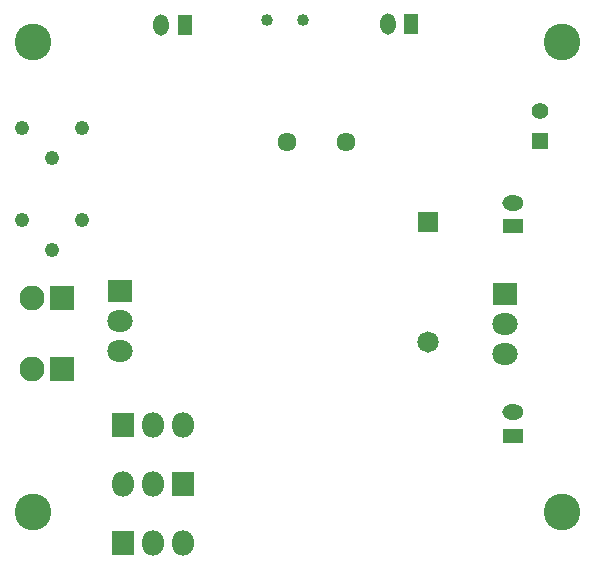
<source format=gbr>
G04 #@! TF.FileFunction,Soldermask,Bot*
%FSLAX46Y46*%
G04 Gerber Fmt 4.6, Leading zero omitted, Abs format (unit mm)*
G04 Created by KiCad (PCBNEW 4.0.2-stable) date 25/02/2017 19:07:51*
%MOMM*%
G01*
G04 APERTURE LIST*
%ADD10C,0.100000*%
%ADD11C,3.110000*%
%ADD12R,1.837200X2.142000*%
%ADD13O,1.837200X2.142000*%
%ADD14R,2.142000X1.837200*%
%ADD15O,2.142000X1.837200*%
%ADD16R,1.410000X1.410000*%
%ADD17C,1.410000*%
%ADD18R,1.308880X1.809260*%
%ADD19O,1.308880X1.809260*%
%ADD20R,2.110000X2.110000*%
%ADD21C,2.110000*%
%ADD22C,1.809260*%
%ADD23R,1.809260X1.809260*%
%ADD24R,1.809260X1.308880*%
%ADD25O,1.809260X1.308880*%
%ADD26C,1.610000*%
%ADD27C,1.210000*%
%ADD28C,1.010000*%
G04 APERTURE END LIST*
D10*
D11*
X112596000Y-110150000D03*
X112596000Y-70350000D03*
X157396000Y-70350000D03*
X157396000Y-110150000D03*
D12*
X120266000Y-102750000D03*
D13*
X122806000Y-102750000D03*
X125346000Y-102750000D03*
D12*
X120266000Y-112750000D03*
D13*
X122806000Y-112750000D03*
X125346000Y-112750000D03*
D12*
X125366000Y-107750000D03*
D13*
X122826000Y-107750000D03*
X120286000Y-107750000D03*
D14*
X119966000Y-91450000D03*
D15*
X119966000Y-93990000D03*
X119966000Y-96530000D03*
D16*
X155566000Y-78700000D03*
D17*
X155566000Y-76200000D03*
D18*
X144666760Y-68850000D03*
D19*
X142665240Y-68850000D03*
D20*
X115066000Y-92050000D03*
D21*
X112526000Y-92050000D03*
D20*
X115066000Y-98050000D03*
D21*
X112526000Y-98050000D03*
D14*
X152566000Y-91700000D03*
D15*
X152566000Y-94240000D03*
X152566000Y-96780000D03*
D18*
X125466760Y-68950000D03*
D19*
X123465240Y-68950000D03*
D22*
X146068540Y-95710520D03*
D23*
X146068540Y-85550520D03*
D24*
X153316000Y-103700760D03*
D25*
X153316000Y-101699240D03*
D24*
X153316000Y-85950760D03*
D25*
X153316000Y-83949240D03*
D26*
X139166000Y-78850000D03*
X134166000Y-78850000D03*
D27*
X114266000Y-80180000D03*
X116806000Y-77640000D03*
X111726000Y-77640000D03*
X114266000Y-87980000D03*
X116806000Y-85440000D03*
X111726000Y-85440000D03*
D28*
X135466000Y-68520000D03*
X132466000Y-68520000D03*
M02*

</source>
